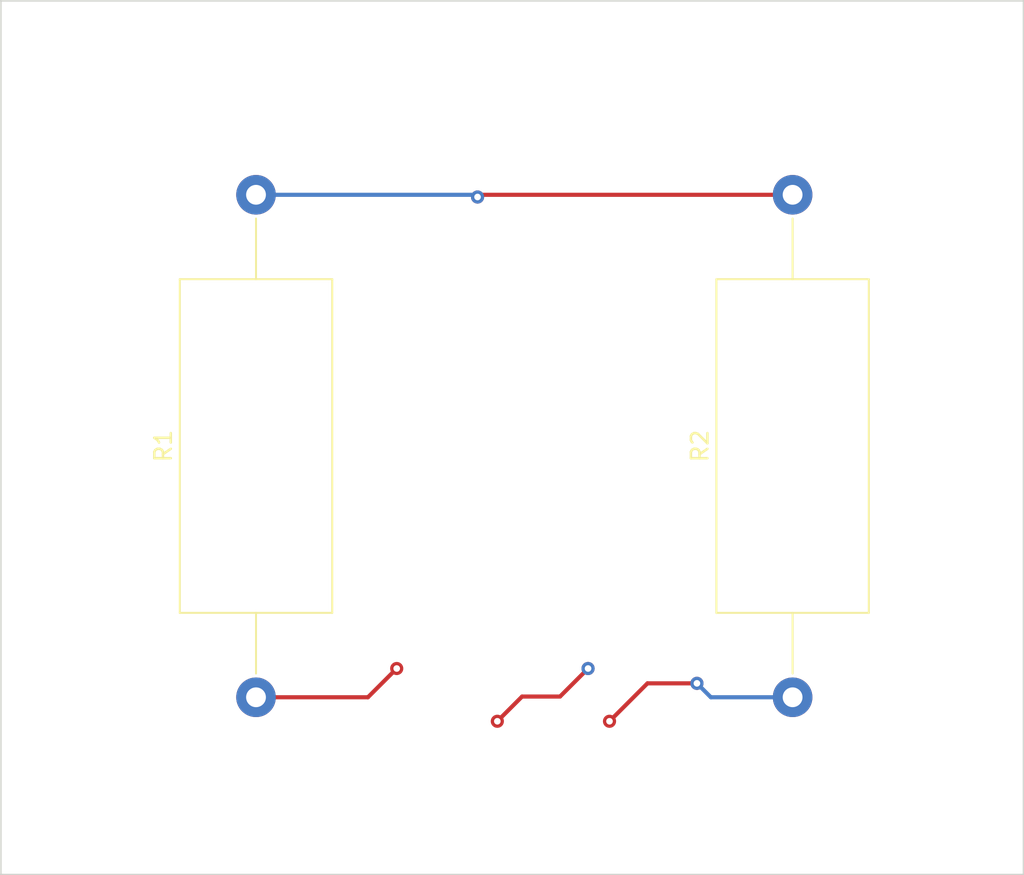
<source format=kicad_pcb>
(kicad_pcb (version 20211014) (generator pcbnew)
  (layers (0 "F.Cu" signal) (1 "In1.Cu" signal) (2 "In2.Cu" signal) (3 "In3.Cu" signal) (4 "In4.Cu" signal) (31 "B.Cu" signal) (34 "B.Paste" user) (35 "F.Paste" user) (36 "B.SilkS" user "B.Silkscreen") (37 "F.SilkS" user "F.Silkscreen") (38 "B.Mask" user) (39 "F.Mask" user) (44 "Edge.Cuts" user))
  (net 0 "")
  (net 1 "/blind_vias_path")
  (net 2 "/burried_vias_path")
  (footprint "Resistor_THT:R_Axial_DIN0922_L20.0mm_D9.0mm_P30.48mm_Horizontal" (layer "F.Cu") (at 169 112.245 90)
    (fp_text reference "R2" (at 15.24 -5.62 90) (layer "F.SilkS"))
    (fp_text value "R")
    (fp_line (start 25.36 -4.62) (end 5.12 -4.62) (layer "F.SilkS") (width 0.12))
    (fp_line (start 5.12 4.62) (end 25.36 4.62) (layer "F.SilkS") (width 0.12))
    (fp_line (start 25.36 4.62) (end 25.36 -4.62) (layer "F.SilkS") (width 0.12))
    (fp_line (start 5.12 -4.62) (end 5.12 4.62) (layer "F.SilkS") (width 0.12))
    (fp_line (start 29.04 0) (end 25.36 0) (layer "F.SilkS") (width 0.12))
    (fp_line (start 1.44 0) (end 5.12 0) (layer "F.SilkS") (width 0.12))
    (pad "1" thru_hole circle (at 0 0 90) (size 2.4 2.4) (drill 1.2) (layers *.Cu *.Mask) (net 1 "/blind_vias_path"))
    (pad "2" thru_hole oval (at 30.48 0 90) (size 2.4 2.4) (drill 1.2) (layers *.Cu *.Mask) (net 2 "/burried_vias_path"))
  )
  (footprint "Resistor_THT:R_Axial_DIN0922_L20.0mm_D9.0mm_P30.48mm_Horizontal" (layer "F.Cu") (at 136.47 112.245 90)
    (fp_text reference "R1" (at 15.24 -5.62 90) (layer "F.SilkS"))
    (fp_text value "R")
    (fp_line (start 1.44 0) (end 5.12 0) (layer "F.SilkS") (width 0.12))
    (fp_line (start 5.12 -4.62) (end 5.12 4.62) (layer "F.SilkS") (width 0.12))
    (fp_line (start 5.12 4.62) (end 25.36 4.62) (layer "F.SilkS") (width 0.12))
    (fp_line (start 25.36 -4.62) (end 5.12 -4.62) (layer "F.SilkS") (width 0.12))
    (fp_line (start 25.36 4.62) (end 25.36 -4.62) (layer "F.SilkS") (width 0.12))
    (fp_line (start 29.04 0) (end 25.36 0) (layer "F.SilkS") (width 0.12))
    (pad "1" thru_hole circle (at 0 0 90) (size 2.4 2.4) (drill 1.2) (layers *.Cu *.Mask) (net 1 "/blind_vias_path"))
    (pad "2" thru_hole oval (at 30.48 0 90) (size 2.4 2.4) (drill 1.2) (layers *.Cu *.Mask) (net 2 "/burried_vias_path"))
  )
  (gr_rect (start 121 70) (end 183 123) (layer "Edge.Cuts") (width 0.1) (fill none))
  (segment (start 152.6 112.2) (end 151.1 113.7) (width 0.25) (layer "F.Cu") (net 1))
  (segment (start 145 110.5) (end 143.255 112.245) (width 0.25) (layer "F.Cu") (net 1))
  (segment (start 156.6 110.5) (end 154.9 112.2) (width 0.25) (layer "F.Cu") (net 1))
  (segment (start 143.255 112.245) (end 136.47 112.245) (width 0.25) (layer "F.Cu") (net 1))
  (segment (start 160.2 111.4) (end 157.9 113.7) (width 0.25) (layer "F.Cu") (net 1))
  (segment (start 163.2 111.4) (end 160.2 111.4) (width 0.25) (layer "F.Cu") (net 1))
  (segment (start 154.9 112.2) (end 152.6 112.2) (width 0.25) (layer "F.Cu") (net 1))
  (via blind (at 163.2 111.4) (size 0.8) (drill 0.4) (layers "F.Cu" "B.Cu") (net 1))
  (via blind (at 151.1 113.7) (size 0.8) (drill 0.4) (layers "F.Cu" "In1.Cu") (net 1))
  (via blind (at 156.6 110.5) (size 0.8) (drill 0.4) (layers "F.Cu" "B.Cu") (net 1))
  (via blind (at 157.9 113.7) (size 0.8) (drill 0.4) (layers "F.Cu" "In3.Cu") (net 1))
  (via blind (at 145 110.5) (size 0.8) (drill 0.4) (layers "F.Cu" "B.Cu") (remove_unused_layers) (net 1))
  (segment (start 164.045 112.245) (end 169 112.245) (width 0.25) (layer "B.Cu") (net 1))
  (segment (start 163.2 111.4) (end 164.045 112.245) (width 0.25) (layer "B.Cu") (net 1))
  (segment (start 150.035 81.765) (end 169 81.765) (width 0.25) (layer "F.Cu") (net 2))
  (segment (start 149.9 81.9) (end 150.035 81.765) (width 0.25) (layer "F.Cu") (net 2))
  (via blind (at 149.9 81.9) (size 0.8) (drill 0.4) (layers "F.Cu" "B.Cu") (net 2))
  (segment (start 136.47 81.765) (end 149.765 81.765) (width 0.25) (layer "B.Cu") (net 2))
  (segment (start 149.765 81.765) (end 149.9 81.9) (width 0.25) (layer "B.Cu") (net 2))
)
</source>
